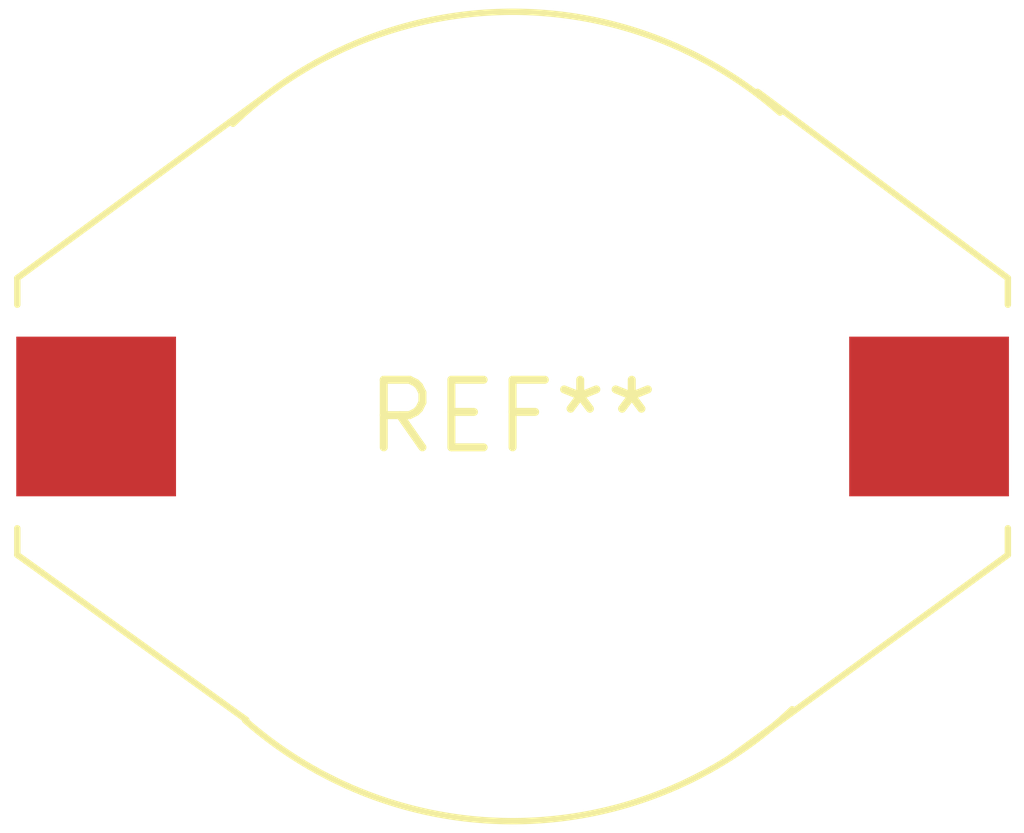
<source format=kicad_pcb>
(kicad_pcb (version 20240108) (generator pcbnew)
  (layers (0 "F.Cu" signal) (31 "B.Cu" signal) (34 "B.Paste" user) (35 "F.Paste" user) (36 "B.SilkS" user "B.Silkscreen") (37 "F.SilkS" user "F.Silkscreen") (38 "B.Mask" user) (39 "F.Mask" user) (44 "Edge.Cuts" user))
  (net 0 "")
  (footprint "L_Fastron_PISR" (layer "F.Cu") (at 0 0)
    (property "Reference" "REF**")
    (property "Value" "L_Fastron_PISR")
    (fp_line (start -9.3 -2.6) (end -9.3 -2.1) (layer "F.SilkS") (stroke (width 0.12)))
    (fp_line (start -9.3 -2.6) (end -4.4 -6.2) (layer "F.SilkS") (stroke (width 0.12)))
    (fp_line (start -9.3 2.6) (end -9.3 2.1) (layer "F.SilkS") (stroke (width 0.12)))
    (fp_line (start -5 5.7) (end -9.3 2.6) (layer "F.SilkS") (stroke (width 0.12)))
    (fp_line (start 4.1 6.4) (end 9.3 2.6) (layer "F.SilkS") (stroke (width 0.12)))
    (fp_line (start 4.6 -6.1) (end 9.3 -2.6) (layer "F.SilkS") (stroke (width 0.12)))
    (fp_line (start 9.3 -2.6) (end 9.3 -2.1) (layer "F.SilkS") (stroke (width 0.12)))
    (fp_line (start 9.3 2.6) (end 9.3 2.1) (layer "F.SilkS") (stroke (width 0.12)))
    (fp_arc (start -5.25 -5.5) (mid -0.15496 -7.601874) (end 5.021503 -5.709379) (layer "F.SilkS") (stroke (width 0.12)))
    (fp_arc (start 5.25 5.5) (mid 0.15496 7.601874) (end -5.021503 5.709379) (layer "F.SilkS") (stroke (width 0.12)))
    (pad "1" smd rect (at 7.82 0) (size 3 3) (layers "F.Cu" "F.Paste" "F.Mask"))
    (pad "2" smd rect (at -7.82 0) (size 3 3) (layers "F.Cu" "F.Paste" "F.Mask"))
  )
)
</source>
